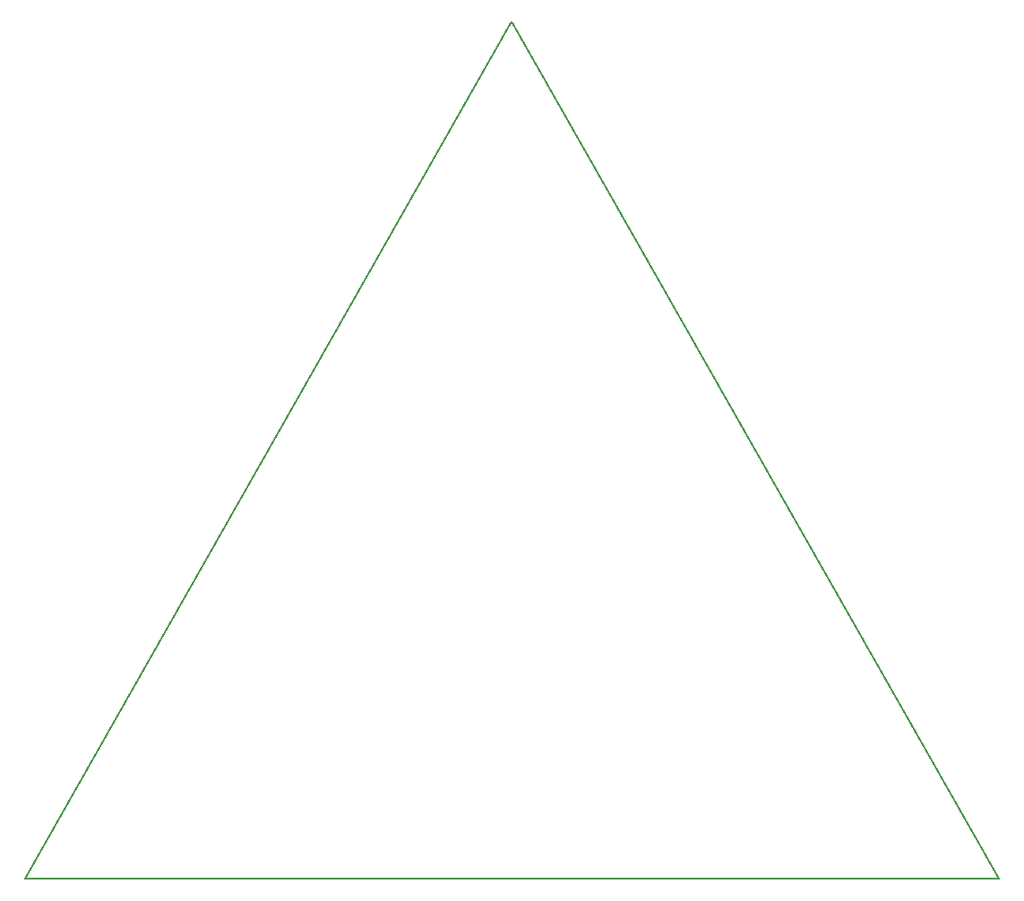
<source format=gko>
%FSLAX25Y25*%
%MOIN*%
G70*
G01*
G75*
G04 Layer_Color=16711935*
%ADD10C,0.00700*%
%ADD11R,0.06299X0.02992*%
%ADD12R,0.07087X0.05512*%
%ADD13R,0.13386X0.07087*%
%ADD14R,0.01181X0.03347*%
%ADD15R,0.03937X0.03937*%
%ADD16R,0.02992X0.09449*%
%ADD17R,0.03937X0.04331*%
%ADD18R,0.05906X0.05118*%
%ADD19R,0.02362X0.01969*%
%ADD20O,0.07087X0.01181*%
%ADD21O,0.01181X0.07087*%
%ADD22R,0.04331X0.03937*%
G04:AMPARAMS|DCode=23|XSize=39.37mil|YSize=43.31mil|CornerRadius=0mil|HoleSize=0mil|Usage=FLASHONLY|Rotation=150.000|XOffset=0mil|YOffset=0mil|HoleType=Round|Shape=Rectangle|*
%AMROTATEDRECTD23*
4,1,4,0.02788,0.00891,0.00622,-0.02860,-0.02788,-0.00891,-0.00622,0.02860,0.02788,0.00891,0.0*
%
%ADD23ROTATEDRECTD23*%

%ADD24R,0.05118X0.05906*%
%ADD25R,0.02362X0.03543*%
%ADD26R,0.02559X0.02953*%
%ADD27R,0.02953X0.02559*%
%ADD28R,0.03937X0.03347*%
%ADD29R,0.03937X0.03347*%
%ADD30R,0.03347X0.03937*%
%ADD31R,0.03347X0.03937*%
%ADD32C,0.01000*%
%ADD33C,0.02000*%
%ADD34C,0.00600*%
%ADD35C,0.20000*%
%ADD36C,0.03937*%
%ADD37C,0.06000*%
%ADD38C,0.02598*%
%ADD39C,0.02000*%
%ADD40C,0.04000*%
%ADD41C,0.16500*%
%ADD42C,0.07201*%
%ADD43C,0.07150*%
%ADD44C,0.08000*%
G04:AMPARAMS|DCode=45|XSize=100mil|YSize=100mil|CornerRadius=0mil|HoleSize=0mil|Usage=FLASHONLY|Rotation=0.000|XOffset=0mil|YOffset=0mil|HoleType=Round|Shape=Relief|Width=10mil|Gap=10mil|Entries=4|*
%AMTHD45*
7,0,0,0.10000,0.08000,0.01000,45*
%
%ADD45THD45*%
%ADD46C,0.05299*%
%ADD47C,0.05000*%
G04:AMPARAMS|DCode=48|XSize=70mil|YSize=70mil|CornerRadius=0mil|HoleSize=0mil|Usage=FLASHONLY|Rotation=0.000|XOffset=0mil|YOffset=0mil|HoleType=Round|Shape=Relief|Width=10mil|Gap=10mil|Entries=4|*
%AMTHD48*
7,0,0,0.07000,0.05000,0.01000,45*
%
%ADD48THD48*%
G04:AMPARAMS|DCode=49|XSize=20.08mil|YSize=29.53mil|CornerRadius=0mil|HoleSize=0mil|Usage=FLASHONLY|Rotation=240.000|XOffset=0mil|YOffset=0mil|HoleType=Round|Shape=Rectangle|*
%AMROTATEDRECTD49*
4,1,4,-0.00777,0.01608,0.01781,0.00131,0.00777,-0.01608,-0.01781,-0.00131,-0.00777,0.01608,0.0*
%
%ADD49ROTATEDRECTD49*%

%ADD50R,0.06102X0.01772*%
G04:AMPARAMS|DCode=51|XSize=23.62mil|YSize=35.43mil|CornerRadius=0mil|HoleSize=0mil|Usage=FLASHONLY|Rotation=330.000|XOffset=0mil|YOffset=0mil|HoleType=Round|Shape=Rectangle|*
%AMROTATEDRECTD51*
4,1,4,-0.01909,-0.00944,-0.00137,0.02125,0.01909,0.00944,0.00137,-0.02125,-0.01909,-0.00944,0.0*
%
%ADD51ROTATEDRECTD51*%

G04:AMPARAMS|DCode=52|XSize=59.06mil|YSize=51.18mil|CornerRadius=0mil|HoleSize=0mil|Usage=FLASHONLY|Rotation=30.000|XOffset=0mil|YOffset=0mil|HoleType=Round|Shape=Rectangle|*
%AMROTATEDRECTD52*
4,1,4,-0.01278,-0.03693,-0.03837,0.00740,0.01278,0.03693,0.03837,-0.00740,-0.01278,-0.03693,0.0*
%
%ADD52ROTATEDRECTD52*%

G04:AMPARAMS|DCode=53|XSize=59.06mil|YSize=51.18mil|CornerRadius=0mil|HoleSize=0mil|Usage=FLASHONLY|Rotation=150.000|XOffset=0mil|YOffset=0mil|HoleType=Round|Shape=Rectangle|*
%AMROTATEDRECTD53*
4,1,4,0.03837,0.00740,0.01278,-0.03693,-0.03837,-0.00740,-0.01278,0.03693,0.03837,0.00740,0.0*
%
%ADD53ROTATEDRECTD53*%

%ADD54R,0.02953X0.02008*%
%ADD55R,0.03543X0.02362*%
G04:AMPARAMS|DCode=56|XSize=23.62mil|YSize=35.43mil|CornerRadius=0mil|HoleSize=0mil|Usage=FLASHONLY|Rotation=210.000|XOffset=0mil|YOffset=0mil|HoleType=Round|Shape=Rectangle|*
%AMROTATEDRECTD56*
4,1,4,0.00137,0.02125,0.01909,-0.00944,-0.00137,-0.02125,-0.01909,0.00944,0.00137,0.02125,0.0*
%
%ADD56ROTATEDRECTD56*%

%ADD57R,0.02008X0.02953*%
G04:AMPARAMS|DCode=58|XSize=20.08mil|YSize=29.53mil|CornerRadius=0mil|HoleSize=0mil|Usage=FLASHONLY|Rotation=300.000|XOffset=0mil|YOffset=0mil|HoleType=Round|Shape=Rectangle|*
%AMROTATEDRECTD58*
4,1,4,-0.01781,0.00131,0.00777,0.01608,0.01781,-0.00131,-0.00777,-0.01608,-0.01781,0.00131,0.0*
%
%ADD58ROTATEDRECTD58*%

G04:AMPARAMS|DCode=59|XSize=25.59mil|YSize=29.53mil|CornerRadius=0mil|HoleSize=0mil|Usage=FLASHONLY|Rotation=30.000|XOffset=0mil|YOffset=0mil|HoleType=Round|Shape=Rectangle|*
%AMROTATEDRECTD59*
4,1,4,-0.00370,-0.01918,-0.01846,0.00639,0.00370,0.01918,0.01846,-0.00639,-0.00370,-0.01918,0.0*
%
%ADD59ROTATEDRECTD59*%

G04:AMPARAMS|DCode=60|XSize=23.62mil|YSize=39.37mil|CornerRadius=0mil|HoleSize=0mil|Usage=FLASHONLY|Rotation=240.000|XOffset=0mil|YOffset=0mil|HoleType=Round|Shape=Rectangle|*
%AMROTATEDRECTD60*
4,1,4,-0.01114,0.02007,0.02295,0.00039,0.01114,-0.02007,-0.02295,-0.00039,-0.01114,0.02007,0.0*
%
%ADD60ROTATEDRECTD60*%

G04:AMPARAMS|DCode=61|XSize=23.62mil|YSize=39.37mil|CornerRadius=0mil|HoleSize=0mil|Usage=FLASHONLY|Rotation=300.000|XOffset=0mil|YOffset=0mil|HoleType=Round|Shape=Rectangle|*
%AMROTATEDRECTD61*
4,1,4,-0.02295,0.00039,0.01114,0.02007,0.02295,-0.00039,-0.01114,-0.02007,-0.02295,0.00039,0.0*
%
%ADD61ROTATEDRECTD61*%

%ADD62R,0.02362X0.03937*%
%ADD63R,0.02362X0.03740*%
%ADD64C,0.02362*%
%ADD65C,0.00984*%
%ADD66C,0.00787*%
%ADD67R,0.07099X0.03792*%
%ADD68R,0.07887X0.06312*%
%ADD69R,0.14186X0.07887*%
%ADD70R,0.01981X0.04147*%
%ADD71R,0.04737X0.04737*%
%ADD72R,0.03386X0.09843*%
%ADD73R,0.04737X0.05131*%
%ADD74R,0.06706X0.05918*%
%ADD75R,0.03162X0.02769*%
%ADD76O,0.07887X0.01981*%
%ADD77O,0.01981X0.07887*%
%ADD78R,0.05131X0.04737*%
G04:AMPARAMS|DCode=79|XSize=47.37mil|YSize=51.31mil|CornerRadius=0mil|HoleSize=0mil|Usage=FLASHONLY|Rotation=150.000|XOffset=0mil|YOffset=0mil|HoleType=Round|Shape=Rectangle|*
%AMROTATEDRECTD79*
4,1,4,0.03334,0.01037,0.00769,-0.03406,-0.03334,-0.01037,-0.00769,0.03406,0.03334,0.01037,0.0*
%
%ADD79ROTATEDRECTD79*%

%ADD80R,0.05918X0.06706*%
%ADD81R,0.03162X0.04343*%
%ADD82R,0.03359X0.03753*%
%ADD83R,0.03753X0.03359*%
%ADD84R,0.04737X0.04147*%
%ADD85R,0.04737X0.04147*%
%ADD86R,0.04147X0.04737*%
%ADD87R,0.04147X0.04737*%
%ADD88C,0.20300*%
%ADD89C,0.04331*%
%ADD90C,0.06800*%
%ADD91C,0.02800*%
G04:AMPARAMS|DCode=92|XSize=28.08mil|YSize=37.53mil|CornerRadius=0mil|HoleSize=0mil|Usage=FLASHONLY|Rotation=240.000|XOffset=0mil|YOffset=0mil|HoleType=Round|Shape=Rectangle|*
%AMROTATEDRECTD92*
4,1,4,-0.00923,0.02154,0.02327,0.00278,0.00923,-0.02154,-0.02327,-0.00278,-0.00923,0.02154,0.0*
%
%ADD92ROTATEDRECTD92*%

%ADD93C,0.04737*%
%ADD94R,0.06902X0.02572*%
G04:AMPARAMS|DCode=95|XSize=31.62mil|YSize=43.43mil|CornerRadius=0mil|HoleSize=0mil|Usage=FLASHONLY|Rotation=330.000|XOffset=0mil|YOffset=0mil|HoleType=Round|Shape=Rectangle|*
%AMROTATEDRECTD95*
4,1,4,-0.02455,-0.01090,-0.00283,0.02671,0.02455,0.01090,0.00283,-0.02671,-0.02455,-0.01090,0.0*
%
%ADD95ROTATEDRECTD95*%

G04:AMPARAMS|DCode=96|XSize=67.06mil|YSize=59.18mil|CornerRadius=0mil|HoleSize=0mil|Usage=FLASHONLY|Rotation=30.000|XOffset=0mil|YOffset=0mil|HoleType=Round|Shape=Rectangle|*
%AMROTATEDRECTD96*
4,1,4,-0.01424,-0.04239,-0.04383,0.00886,0.01424,0.04239,0.04383,-0.00886,-0.01424,-0.04239,0.0*
%
%ADD96ROTATEDRECTD96*%

G04:AMPARAMS|DCode=97|XSize=67.06mil|YSize=59.18mil|CornerRadius=0mil|HoleSize=0mil|Usage=FLASHONLY|Rotation=150.000|XOffset=0mil|YOffset=0mil|HoleType=Round|Shape=Rectangle|*
%AMROTATEDRECTD97*
4,1,4,0.04383,0.00886,0.01424,-0.04239,-0.04383,-0.00886,-0.01424,0.04239,0.04383,0.00886,0.0*
%
%ADD97ROTATEDRECTD97*%

%ADD98R,0.03753X0.02808*%
%ADD99R,0.04343X0.03162*%
G04:AMPARAMS|DCode=100|XSize=31.62mil|YSize=43.43mil|CornerRadius=0mil|HoleSize=0mil|Usage=FLASHONLY|Rotation=210.000|XOffset=0mil|YOffset=0mil|HoleType=Round|Shape=Rectangle|*
%AMROTATEDRECTD100*
4,1,4,0.00283,0.02671,0.02455,-0.01090,-0.00283,-0.02671,-0.02455,0.01090,0.00283,0.02671,0.0*
%
%ADD100ROTATEDRECTD100*%

%ADD101R,0.02808X0.03753*%
G04:AMPARAMS|DCode=102|XSize=28.08mil|YSize=37.53mil|CornerRadius=0mil|HoleSize=0mil|Usage=FLASHONLY|Rotation=300.000|XOffset=0mil|YOffset=0mil|HoleType=Round|Shape=Rectangle|*
%AMROTATEDRECTD102*
4,1,4,-0.02327,0.00278,0.00923,0.02154,0.02327,-0.00278,-0.00923,-0.02154,-0.02327,0.00278,0.0*
%
%ADD102ROTATEDRECTD102*%

G04:AMPARAMS|DCode=103|XSize=33.59mil|YSize=37.53mil|CornerRadius=0mil|HoleSize=0mil|Usage=FLASHONLY|Rotation=30.000|XOffset=0mil|YOffset=0mil|HoleType=Round|Shape=Rectangle|*
%AMROTATEDRECTD103*
4,1,4,-0.00516,-0.02465,-0.02393,0.00785,0.00516,0.02465,0.02393,-0.00785,-0.00516,-0.02465,0.0*
%
%ADD103ROTATEDRECTD103*%

%ADD104C,0.02800*%
G04:AMPARAMS|DCode=105|XSize=31.62mil|YSize=47.37mil|CornerRadius=0mil|HoleSize=0mil|Usage=FLASHONLY|Rotation=240.000|XOffset=0mil|YOffset=0mil|HoleType=Round|Shape=Rectangle|*
%AMROTATEDRECTD105*
4,1,4,-0.01261,0.02554,0.02842,0.00185,0.01261,-0.02554,-0.02842,-0.00185,-0.01261,0.02554,0.0*
%
%ADD105ROTATEDRECTD105*%

G04:AMPARAMS|DCode=106|XSize=31.62mil|YSize=47.37mil|CornerRadius=0mil|HoleSize=0mil|Usage=FLASHONLY|Rotation=300.000|XOffset=0mil|YOffset=0mil|HoleType=Round|Shape=Rectangle|*
%AMROTATEDRECTD106*
4,1,4,-0.02842,0.00185,0.01261,0.02554,0.02842,-0.00185,-0.01261,-0.02554,-0.02842,0.00185,0.0*
%
%ADD106ROTATEDRECTD106*%

%ADD107R,0.03162X0.04737*%
%ADD108R,0.03162X0.04540*%
%ADD109C,0.03398*%
D34*
X0Y208661D02*
X181102Y-110236D01*
X-181102D02*
X0Y208661D01*
X-181102Y-110236D02*
X181102D01*
M02*

</source>
